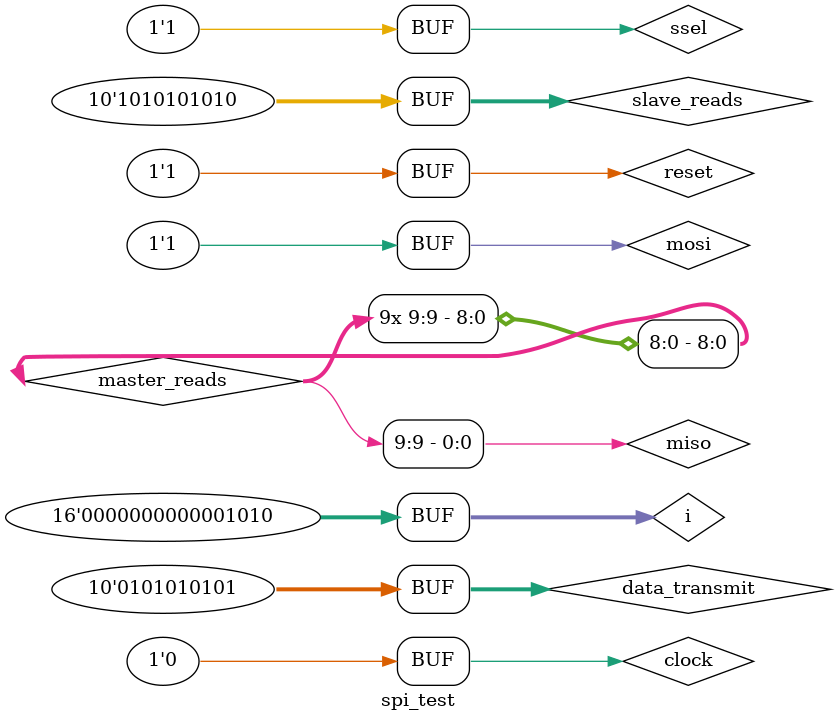
<source format=v>
module spi_test();

  parameter width=10;

  reg reset;
  reg clock;
  reg ssel;
  reg mosi;
  wire miso;
  wire data_valid;

  wire [width-1:0] data_recieved;
  reg [width-1:0] data_transmit;

  reg [width-1:0] slave_reads;
  reg [width-1:0] master_reads;

  spi #(width) DUT(reset, clock, ssel, mosi, miso, data_recieved, data_transmit, data_valid);

  reg [15:0] i;

  initial begin
    reset = 1;
    clock = 0;
    ssel = 1;
    mosi = 1;

    data_transmit = 10'h155;
    slave_reads = 10'h2AA;

    i = 0;
    
    #10 reset = 0;
    #10 reset = 1;

    #10 ssel = 0;

    for (i = 0; i < width;  i = i + 1) begin
      mosi = slave_reads[(width-1) - i];

      #10 clock = 1;
      master_reads[(width - 1) - i] = miso;

      #10 clock = 0;
    end

    #10 ssel = 1;
    mosi = 1;

  end

endmodule

</source>
